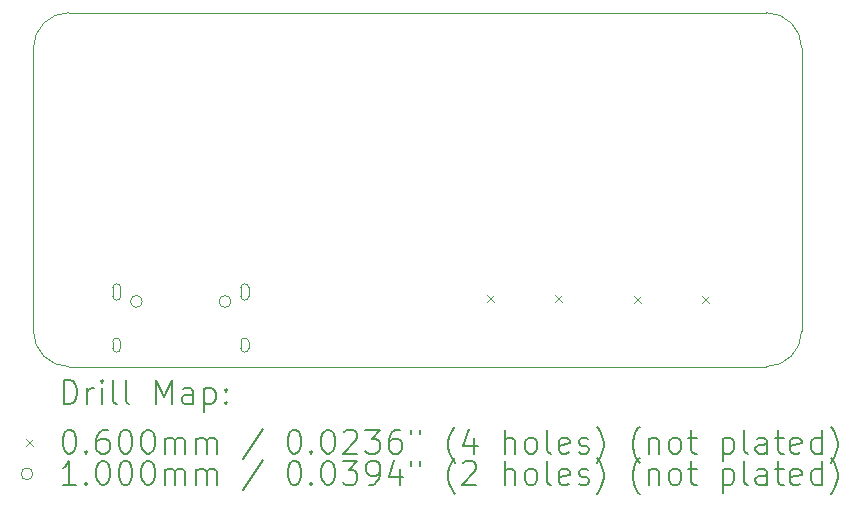
<source format=gbr>
%TF.GenerationSoftware,KiCad,Pcbnew,8.0.6*%
%TF.CreationDate,2024-11-21T12:08:58-08:00*%
%TF.ProjectId,SYNC-VT,53594e43-2d56-4542-9e6b-696361645f70,rev?*%
%TF.SameCoordinates,Original*%
%TF.FileFunction,Drillmap*%
%TF.FilePolarity,Positive*%
%FSLAX45Y45*%
G04 Gerber Fmt 4.5, Leading zero omitted, Abs format (unit mm)*
G04 Created by KiCad (PCBNEW 8.0.6) date 2024-11-21 12:08:58*
%MOMM*%
%LPD*%
G01*
G04 APERTURE LIST*
%ADD10C,0.100000*%
%ADD11C,0.010000*%
%ADD12C,0.200000*%
G04 APERTURE END LIST*
D10*
X8383000Y-3766000D02*
G75*
G02*
X8683000Y-3466000I300000J0D01*
G01*
X14887000Y-6163000D02*
G75*
G02*
X14587000Y-6463000I-300000J0D01*
G01*
X14587000Y-6463000D02*
X8683000Y-6463000D01*
X14887000Y-3766000D02*
X14887000Y-6163000D01*
X8683000Y-3466000D02*
X14587000Y-3466000D01*
X8383000Y-6163000D02*
X8383000Y-3766000D01*
X14587000Y-3466000D02*
G75*
G02*
X14887000Y-3766000I0J-300000D01*
G01*
X8683000Y-6463000D02*
G75*
G02*
X8383000Y-6163000I0J300000D01*
G01*
D11*
X9054500Y-5831500D02*
X9054500Y-5793500D01*
X9054500Y-5869500D02*
X9054500Y-5831500D01*
X9054500Y-6281500D02*
X9054500Y-6253500D01*
X9054500Y-6309500D02*
X9054500Y-6281500D01*
X9119500Y-5793500D02*
X9119500Y-5831500D01*
X9119500Y-5831500D02*
X9119500Y-5869500D01*
X9119500Y-6253500D02*
X9119500Y-6281500D01*
X9119500Y-6281500D02*
X9119500Y-6309500D01*
X10139500Y-5831500D02*
X10139500Y-5793500D01*
X10139500Y-5869500D02*
X10139500Y-5831500D01*
X10139500Y-6281500D02*
X10139500Y-6253500D01*
X10139500Y-6309500D02*
X10139500Y-6281500D01*
X10204500Y-5793500D02*
X10204500Y-5831500D01*
X10204500Y-5831500D02*
X10204500Y-5869500D01*
X10204500Y-6253500D02*
X10204500Y-6281500D01*
X10204500Y-6281500D02*
X10204500Y-6309500D01*
X9054500Y-5793500D02*
G75*
G02*
X9087000Y-5761500I32250J-250D01*
G01*
X9054500Y-6253500D02*
G75*
G02*
X9087000Y-6221500I32250J-250D01*
G01*
X9087000Y-5761500D02*
G75*
G02*
X9119500Y-5793500I250J-32250D01*
G01*
X9087000Y-5901500D02*
G75*
G02*
X9054500Y-5869500I-250J32250D01*
G01*
X9087000Y-6221500D02*
G75*
G02*
X9119500Y-6253500I250J-32250D01*
G01*
X9087000Y-6341500D02*
G75*
G02*
X9054500Y-6309500I-250J32250D01*
G01*
X9119500Y-5869500D02*
G75*
G02*
X9087000Y-5901500I-32250J250D01*
G01*
X9119500Y-6309500D02*
G75*
G02*
X9087000Y-6341500I-32250J250D01*
G01*
X10139500Y-5793500D02*
G75*
G02*
X10172000Y-5761500I32250J-250D01*
G01*
X10139500Y-6253500D02*
G75*
G02*
X10172000Y-6221500I32250J-250D01*
G01*
X10172000Y-5761500D02*
G75*
G02*
X10204500Y-5793500I250J-32250D01*
G01*
X10172000Y-5901500D02*
G75*
G02*
X10139500Y-5869500I-250J32250D01*
G01*
X10172000Y-6221500D02*
G75*
G02*
X10204500Y-6253500I250J-32250D01*
G01*
X10172000Y-6341500D02*
G75*
G02*
X10139500Y-6309500I-250J32250D01*
G01*
X10204500Y-5869500D02*
G75*
G02*
X10172000Y-5901500I-32250J250D01*
G01*
X10204500Y-6309500D02*
G75*
G02*
X10172000Y-6341500I-32250J250D01*
G01*
D12*
D10*
X12221000Y-5856500D02*
X12281000Y-5916500D01*
X12281000Y-5856500D02*
X12221000Y-5916500D01*
X12799000Y-5856500D02*
X12859000Y-5916500D01*
X12859000Y-5856500D02*
X12799000Y-5916500D01*
X13467000Y-5863000D02*
X13527000Y-5923000D01*
X13527000Y-5863000D02*
X13467000Y-5923000D01*
X14045000Y-5863000D02*
X14105000Y-5923000D01*
X14105000Y-5863000D02*
X14045000Y-5923000D01*
X9305000Y-5911500D02*
G75*
G02*
X9205000Y-5911500I-50000J0D01*
G01*
X9205000Y-5911500D02*
G75*
G02*
X9305000Y-5911500I50000J0D01*
G01*
X10055000Y-5911500D02*
G75*
G02*
X9955000Y-5911500I-50000J0D01*
G01*
X9955000Y-5911500D02*
G75*
G02*
X10055000Y-5911500I50000J0D01*
G01*
D12*
X8638777Y-6779484D02*
X8638777Y-6579484D01*
X8638777Y-6579484D02*
X8686396Y-6579484D01*
X8686396Y-6579484D02*
X8714967Y-6589008D01*
X8714967Y-6589008D02*
X8734015Y-6608055D01*
X8734015Y-6608055D02*
X8743539Y-6627103D01*
X8743539Y-6627103D02*
X8753063Y-6665198D01*
X8753063Y-6665198D02*
X8753063Y-6693769D01*
X8753063Y-6693769D02*
X8743539Y-6731865D01*
X8743539Y-6731865D02*
X8734015Y-6750912D01*
X8734015Y-6750912D02*
X8714967Y-6769960D01*
X8714967Y-6769960D02*
X8686396Y-6779484D01*
X8686396Y-6779484D02*
X8638777Y-6779484D01*
X8838777Y-6779484D02*
X8838777Y-6646150D01*
X8838777Y-6684246D02*
X8848301Y-6665198D01*
X8848301Y-6665198D02*
X8857824Y-6655674D01*
X8857824Y-6655674D02*
X8876872Y-6646150D01*
X8876872Y-6646150D02*
X8895920Y-6646150D01*
X8962586Y-6779484D02*
X8962586Y-6646150D01*
X8962586Y-6579484D02*
X8953063Y-6589008D01*
X8953063Y-6589008D02*
X8962586Y-6598531D01*
X8962586Y-6598531D02*
X8972110Y-6589008D01*
X8972110Y-6589008D02*
X8962586Y-6579484D01*
X8962586Y-6579484D02*
X8962586Y-6598531D01*
X9086396Y-6779484D02*
X9067348Y-6769960D01*
X9067348Y-6769960D02*
X9057824Y-6750912D01*
X9057824Y-6750912D02*
X9057824Y-6579484D01*
X9191158Y-6779484D02*
X9172110Y-6769960D01*
X9172110Y-6769960D02*
X9162586Y-6750912D01*
X9162586Y-6750912D02*
X9162586Y-6579484D01*
X9419729Y-6779484D02*
X9419729Y-6579484D01*
X9419729Y-6579484D02*
X9486396Y-6722341D01*
X9486396Y-6722341D02*
X9553063Y-6579484D01*
X9553063Y-6579484D02*
X9553063Y-6779484D01*
X9734015Y-6779484D02*
X9734015Y-6674722D01*
X9734015Y-6674722D02*
X9724491Y-6655674D01*
X9724491Y-6655674D02*
X9705444Y-6646150D01*
X9705444Y-6646150D02*
X9667348Y-6646150D01*
X9667348Y-6646150D02*
X9648301Y-6655674D01*
X9734015Y-6769960D02*
X9714967Y-6779484D01*
X9714967Y-6779484D02*
X9667348Y-6779484D01*
X9667348Y-6779484D02*
X9648301Y-6769960D01*
X9648301Y-6769960D02*
X9638777Y-6750912D01*
X9638777Y-6750912D02*
X9638777Y-6731865D01*
X9638777Y-6731865D02*
X9648301Y-6712817D01*
X9648301Y-6712817D02*
X9667348Y-6703293D01*
X9667348Y-6703293D02*
X9714967Y-6703293D01*
X9714967Y-6703293D02*
X9734015Y-6693769D01*
X9829253Y-6646150D02*
X9829253Y-6846150D01*
X9829253Y-6655674D02*
X9848301Y-6646150D01*
X9848301Y-6646150D02*
X9886396Y-6646150D01*
X9886396Y-6646150D02*
X9905444Y-6655674D01*
X9905444Y-6655674D02*
X9914967Y-6665198D01*
X9914967Y-6665198D02*
X9924491Y-6684246D01*
X9924491Y-6684246D02*
X9924491Y-6741388D01*
X9924491Y-6741388D02*
X9914967Y-6760436D01*
X9914967Y-6760436D02*
X9905444Y-6769960D01*
X9905444Y-6769960D02*
X9886396Y-6779484D01*
X9886396Y-6779484D02*
X9848301Y-6779484D01*
X9848301Y-6779484D02*
X9829253Y-6769960D01*
X10010205Y-6760436D02*
X10019729Y-6769960D01*
X10019729Y-6769960D02*
X10010205Y-6779484D01*
X10010205Y-6779484D02*
X10000682Y-6769960D01*
X10000682Y-6769960D02*
X10010205Y-6760436D01*
X10010205Y-6760436D02*
X10010205Y-6779484D01*
X10010205Y-6655674D02*
X10019729Y-6665198D01*
X10019729Y-6665198D02*
X10010205Y-6674722D01*
X10010205Y-6674722D02*
X10000682Y-6665198D01*
X10000682Y-6665198D02*
X10010205Y-6655674D01*
X10010205Y-6655674D02*
X10010205Y-6674722D01*
D10*
X8318000Y-7078000D02*
X8378000Y-7138000D01*
X8378000Y-7078000D02*
X8318000Y-7138000D01*
D12*
X8676872Y-6999484D02*
X8695920Y-6999484D01*
X8695920Y-6999484D02*
X8714967Y-7009008D01*
X8714967Y-7009008D02*
X8724491Y-7018531D01*
X8724491Y-7018531D02*
X8734015Y-7037579D01*
X8734015Y-7037579D02*
X8743539Y-7075674D01*
X8743539Y-7075674D02*
X8743539Y-7123293D01*
X8743539Y-7123293D02*
X8734015Y-7161388D01*
X8734015Y-7161388D02*
X8724491Y-7180436D01*
X8724491Y-7180436D02*
X8714967Y-7189960D01*
X8714967Y-7189960D02*
X8695920Y-7199484D01*
X8695920Y-7199484D02*
X8676872Y-7199484D01*
X8676872Y-7199484D02*
X8657824Y-7189960D01*
X8657824Y-7189960D02*
X8648301Y-7180436D01*
X8648301Y-7180436D02*
X8638777Y-7161388D01*
X8638777Y-7161388D02*
X8629253Y-7123293D01*
X8629253Y-7123293D02*
X8629253Y-7075674D01*
X8629253Y-7075674D02*
X8638777Y-7037579D01*
X8638777Y-7037579D02*
X8648301Y-7018531D01*
X8648301Y-7018531D02*
X8657824Y-7009008D01*
X8657824Y-7009008D02*
X8676872Y-6999484D01*
X8829253Y-7180436D02*
X8838777Y-7189960D01*
X8838777Y-7189960D02*
X8829253Y-7199484D01*
X8829253Y-7199484D02*
X8819729Y-7189960D01*
X8819729Y-7189960D02*
X8829253Y-7180436D01*
X8829253Y-7180436D02*
X8829253Y-7199484D01*
X9010205Y-6999484D02*
X8972110Y-6999484D01*
X8972110Y-6999484D02*
X8953063Y-7009008D01*
X8953063Y-7009008D02*
X8943539Y-7018531D01*
X8943539Y-7018531D02*
X8924491Y-7047103D01*
X8924491Y-7047103D02*
X8914967Y-7085198D01*
X8914967Y-7085198D02*
X8914967Y-7161388D01*
X8914967Y-7161388D02*
X8924491Y-7180436D01*
X8924491Y-7180436D02*
X8934015Y-7189960D01*
X8934015Y-7189960D02*
X8953063Y-7199484D01*
X8953063Y-7199484D02*
X8991158Y-7199484D01*
X8991158Y-7199484D02*
X9010205Y-7189960D01*
X9010205Y-7189960D02*
X9019729Y-7180436D01*
X9019729Y-7180436D02*
X9029253Y-7161388D01*
X9029253Y-7161388D02*
X9029253Y-7113769D01*
X9029253Y-7113769D02*
X9019729Y-7094722D01*
X9019729Y-7094722D02*
X9010205Y-7085198D01*
X9010205Y-7085198D02*
X8991158Y-7075674D01*
X8991158Y-7075674D02*
X8953063Y-7075674D01*
X8953063Y-7075674D02*
X8934015Y-7085198D01*
X8934015Y-7085198D02*
X8924491Y-7094722D01*
X8924491Y-7094722D02*
X8914967Y-7113769D01*
X9153063Y-6999484D02*
X9172110Y-6999484D01*
X9172110Y-6999484D02*
X9191158Y-7009008D01*
X9191158Y-7009008D02*
X9200682Y-7018531D01*
X9200682Y-7018531D02*
X9210205Y-7037579D01*
X9210205Y-7037579D02*
X9219729Y-7075674D01*
X9219729Y-7075674D02*
X9219729Y-7123293D01*
X9219729Y-7123293D02*
X9210205Y-7161388D01*
X9210205Y-7161388D02*
X9200682Y-7180436D01*
X9200682Y-7180436D02*
X9191158Y-7189960D01*
X9191158Y-7189960D02*
X9172110Y-7199484D01*
X9172110Y-7199484D02*
X9153063Y-7199484D01*
X9153063Y-7199484D02*
X9134015Y-7189960D01*
X9134015Y-7189960D02*
X9124491Y-7180436D01*
X9124491Y-7180436D02*
X9114967Y-7161388D01*
X9114967Y-7161388D02*
X9105444Y-7123293D01*
X9105444Y-7123293D02*
X9105444Y-7075674D01*
X9105444Y-7075674D02*
X9114967Y-7037579D01*
X9114967Y-7037579D02*
X9124491Y-7018531D01*
X9124491Y-7018531D02*
X9134015Y-7009008D01*
X9134015Y-7009008D02*
X9153063Y-6999484D01*
X9343539Y-6999484D02*
X9362586Y-6999484D01*
X9362586Y-6999484D02*
X9381634Y-7009008D01*
X9381634Y-7009008D02*
X9391158Y-7018531D01*
X9391158Y-7018531D02*
X9400682Y-7037579D01*
X9400682Y-7037579D02*
X9410205Y-7075674D01*
X9410205Y-7075674D02*
X9410205Y-7123293D01*
X9410205Y-7123293D02*
X9400682Y-7161388D01*
X9400682Y-7161388D02*
X9391158Y-7180436D01*
X9391158Y-7180436D02*
X9381634Y-7189960D01*
X9381634Y-7189960D02*
X9362586Y-7199484D01*
X9362586Y-7199484D02*
X9343539Y-7199484D01*
X9343539Y-7199484D02*
X9324491Y-7189960D01*
X9324491Y-7189960D02*
X9314967Y-7180436D01*
X9314967Y-7180436D02*
X9305444Y-7161388D01*
X9305444Y-7161388D02*
X9295920Y-7123293D01*
X9295920Y-7123293D02*
X9295920Y-7075674D01*
X9295920Y-7075674D02*
X9305444Y-7037579D01*
X9305444Y-7037579D02*
X9314967Y-7018531D01*
X9314967Y-7018531D02*
X9324491Y-7009008D01*
X9324491Y-7009008D02*
X9343539Y-6999484D01*
X9495920Y-7199484D02*
X9495920Y-7066150D01*
X9495920Y-7085198D02*
X9505444Y-7075674D01*
X9505444Y-7075674D02*
X9524491Y-7066150D01*
X9524491Y-7066150D02*
X9553063Y-7066150D01*
X9553063Y-7066150D02*
X9572110Y-7075674D01*
X9572110Y-7075674D02*
X9581634Y-7094722D01*
X9581634Y-7094722D02*
X9581634Y-7199484D01*
X9581634Y-7094722D02*
X9591158Y-7075674D01*
X9591158Y-7075674D02*
X9610205Y-7066150D01*
X9610205Y-7066150D02*
X9638777Y-7066150D01*
X9638777Y-7066150D02*
X9657825Y-7075674D01*
X9657825Y-7075674D02*
X9667348Y-7094722D01*
X9667348Y-7094722D02*
X9667348Y-7199484D01*
X9762586Y-7199484D02*
X9762586Y-7066150D01*
X9762586Y-7085198D02*
X9772110Y-7075674D01*
X9772110Y-7075674D02*
X9791158Y-7066150D01*
X9791158Y-7066150D02*
X9819729Y-7066150D01*
X9819729Y-7066150D02*
X9838777Y-7075674D01*
X9838777Y-7075674D02*
X9848301Y-7094722D01*
X9848301Y-7094722D02*
X9848301Y-7199484D01*
X9848301Y-7094722D02*
X9857825Y-7075674D01*
X9857825Y-7075674D02*
X9876872Y-7066150D01*
X9876872Y-7066150D02*
X9905444Y-7066150D01*
X9905444Y-7066150D02*
X9924491Y-7075674D01*
X9924491Y-7075674D02*
X9934015Y-7094722D01*
X9934015Y-7094722D02*
X9934015Y-7199484D01*
X10324491Y-6989960D02*
X10153063Y-7247103D01*
X10581634Y-6999484D02*
X10600682Y-6999484D01*
X10600682Y-6999484D02*
X10619729Y-7009008D01*
X10619729Y-7009008D02*
X10629253Y-7018531D01*
X10629253Y-7018531D02*
X10638777Y-7037579D01*
X10638777Y-7037579D02*
X10648301Y-7075674D01*
X10648301Y-7075674D02*
X10648301Y-7123293D01*
X10648301Y-7123293D02*
X10638777Y-7161388D01*
X10638777Y-7161388D02*
X10629253Y-7180436D01*
X10629253Y-7180436D02*
X10619729Y-7189960D01*
X10619729Y-7189960D02*
X10600682Y-7199484D01*
X10600682Y-7199484D02*
X10581634Y-7199484D01*
X10581634Y-7199484D02*
X10562587Y-7189960D01*
X10562587Y-7189960D02*
X10553063Y-7180436D01*
X10553063Y-7180436D02*
X10543539Y-7161388D01*
X10543539Y-7161388D02*
X10534015Y-7123293D01*
X10534015Y-7123293D02*
X10534015Y-7075674D01*
X10534015Y-7075674D02*
X10543539Y-7037579D01*
X10543539Y-7037579D02*
X10553063Y-7018531D01*
X10553063Y-7018531D02*
X10562587Y-7009008D01*
X10562587Y-7009008D02*
X10581634Y-6999484D01*
X10734015Y-7180436D02*
X10743539Y-7189960D01*
X10743539Y-7189960D02*
X10734015Y-7199484D01*
X10734015Y-7199484D02*
X10724491Y-7189960D01*
X10724491Y-7189960D02*
X10734015Y-7180436D01*
X10734015Y-7180436D02*
X10734015Y-7199484D01*
X10867348Y-6999484D02*
X10886396Y-6999484D01*
X10886396Y-6999484D02*
X10905444Y-7009008D01*
X10905444Y-7009008D02*
X10914968Y-7018531D01*
X10914968Y-7018531D02*
X10924491Y-7037579D01*
X10924491Y-7037579D02*
X10934015Y-7075674D01*
X10934015Y-7075674D02*
X10934015Y-7123293D01*
X10934015Y-7123293D02*
X10924491Y-7161388D01*
X10924491Y-7161388D02*
X10914968Y-7180436D01*
X10914968Y-7180436D02*
X10905444Y-7189960D01*
X10905444Y-7189960D02*
X10886396Y-7199484D01*
X10886396Y-7199484D02*
X10867348Y-7199484D01*
X10867348Y-7199484D02*
X10848301Y-7189960D01*
X10848301Y-7189960D02*
X10838777Y-7180436D01*
X10838777Y-7180436D02*
X10829253Y-7161388D01*
X10829253Y-7161388D02*
X10819729Y-7123293D01*
X10819729Y-7123293D02*
X10819729Y-7075674D01*
X10819729Y-7075674D02*
X10829253Y-7037579D01*
X10829253Y-7037579D02*
X10838777Y-7018531D01*
X10838777Y-7018531D02*
X10848301Y-7009008D01*
X10848301Y-7009008D02*
X10867348Y-6999484D01*
X11010206Y-7018531D02*
X11019729Y-7009008D01*
X11019729Y-7009008D02*
X11038777Y-6999484D01*
X11038777Y-6999484D02*
X11086396Y-6999484D01*
X11086396Y-6999484D02*
X11105444Y-7009008D01*
X11105444Y-7009008D02*
X11114968Y-7018531D01*
X11114968Y-7018531D02*
X11124491Y-7037579D01*
X11124491Y-7037579D02*
X11124491Y-7056627D01*
X11124491Y-7056627D02*
X11114968Y-7085198D01*
X11114968Y-7085198D02*
X11000682Y-7199484D01*
X11000682Y-7199484D02*
X11124491Y-7199484D01*
X11191158Y-6999484D02*
X11314967Y-6999484D01*
X11314967Y-6999484D02*
X11248301Y-7075674D01*
X11248301Y-7075674D02*
X11276872Y-7075674D01*
X11276872Y-7075674D02*
X11295920Y-7085198D01*
X11295920Y-7085198D02*
X11305444Y-7094722D01*
X11305444Y-7094722D02*
X11314967Y-7113769D01*
X11314967Y-7113769D02*
X11314967Y-7161388D01*
X11314967Y-7161388D02*
X11305444Y-7180436D01*
X11305444Y-7180436D02*
X11295920Y-7189960D01*
X11295920Y-7189960D02*
X11276872Y-7199484D01*
X11276872Y-7199484D02*
X11219729Y-7199484D01*
X11219729Y-7199484D02*
X11200682Y-7189960D01*
X11200682Y-7189960D02*
X11191158Y-7180436D01*
X11486396Y-6999484D02*
X11448301Y-6999484D01*
X11448301Y-6999484D02*
X11429253Y-7009008D01*
X11429253Y-7009008D02*
X11419729Y-7018531D01*
X11419729Y-7018531D02*
X11400682Y-7047103D01*
X11400682Y-7047103D02*
X11391158Y-7085198D01*
X11391158Y-7085198D02*
X11391158Y-7161388D01*
X11391158Y-7161388D02*
X11400682Y-7180436D01*
X11400682Y-7180436D02*
X11410206Y-7189960D01*
X11410206Y-7189960D02*
X11429253Y-7199484D01*
X11429253Y-7199484D02*
X11467348Y-7199484D01*
X11467348Y-7199484D02*
X11486396Y-7189960D01*
X11486396Y-7189960D02*
X11495920Y-7180436D01*
X11495920Y-7180436D02*
X11505444Y-7161388D01*
X11505444Y-7161388D02*
X11505444Y-7113769D01*
X11505444Y-7113769D02*
X11495920Y-7094722D01*
X11495920Y-7094722D02*
X11486396Y-7085198D01*
X11486396Y-7085198D02*
X11467348Y-7075674D01*
X11467348Y-7075674D02*
X11429253Y-7075674D01*
X11429253Y-7075674D02*
X11410206Y-7085198D01*
X11410206Y-7085198D02*
X11400682Y-7094722D01*
X11400682Y-7094722D02*
X11391158Y-7113769D01*
X11581634Y-6999484D02*
X11581634Y-7037579D01*
X11657825Y-6999484D02*
X11657825Y-7037579D01*
X11953063Y-7275674D02*
X11943539Y-7266150D01*
X11943539Y-7266150D02*
X11924491Y-7237579D01*
X11924491Y-7237579D02*
X11914968Y-7218531D01*
X11914968Y-7218531D02*
X11905444Y-7189960D01*
X11905444Y-7189960D02*
X11895920Y-7142341D01*
X11895920Y-7142341D02*
X11895920Y-7104246D01*
X11895920Y-7104246D02*
X11905444Y-7056627D01*
X11905444Y-7056627D02*
X11914968Y-7028055D01*
X11914968Y-7028055D02*
X11924491Y-7009008D01*
X11924491Y-7009008D02*
X11943539Y-6980436D01*
X11943539Y-6980436D02*
X11953063Y-6970912D01*
X12114968Y-7066150D02*
X12114968Y-7199484D01*
X12067348Y-6989960D02*
X12019729Y-7132817D01*
X12019729Y-7132817D02*
X12143539Y-7132817D01*
X12372110Y-7199484D02*
X12372110Y-6999484D01*
X12457825Y-7199484D02*
X12457825Y-7094722D01*
X12457825Y-7094722D02*
X12448301Y-7075674D01*
X12448301Y-7075674D02*
X12429253Y-7066150D01*
X12429253Y-7066150D02*
X12400682Y-7066150D01*
X12400682Y-7066150D02*
X12381634Y-7075674D01*
X12381634Y-7075674D02*
X12372110Y-7085198D01*
X12581634Y-7199484D02*
X12562587Y-7189960D01*
X12562587Y-7189960D02*
X12553063Y-7180436D01*
X12553063Y-7180436D02*
X12543539Y-7161388D01*
X12543539Y-7161388D02*
X12543539Y-7104246D01*
X12543539Y-7104246D02*
X12553063Y-7085198D01*
X12553063Y-7085198D02*
X12562587Y-7075674D01*
X12562587Y-7075674D02*
X12581634Y-7066150D01*
X12581634Y-7066150D02*
X12610206Y-7066150D01*
X12610206Y-7066150D02*
X12629253Y-7075674D01*
X12629253Y-7075674D02*
X12638777Y-7085198D01*
X12638777Y-7085198D02*
X12648301Y-7104246D01*
X12648301Y-7104246D02*
X12648301Y-7161388D01*
X12648301Y-7161388D02*
X12638777Y-7180436D01*
X12638777Y-7180436D02*
X12629253Y-7189960D01*
X12629253Y-7189960D02*
X12610206Y-7199484D01*
X12610206Y-7199484D02*
X12581634Y-7199484D01*
X12762587Y-7199484D02*
X12743539Y-7189960D01*
X12743539Y-7189960D02*
X12734015Y-7170912D01*
X12734015Y-7170912D02*
X12734015Y-6999484D01*
X12914968Y-7189960D02*
X12895920Y-7199484D01*
X12895920Y-7199484D02*
X12857825Y-7199484D01*
X12857825Y-7199484D02*
X12838777Y-7189960D01*
X12838777Y-7189960D02*
X12829253Y-7170912D01*
X12829253Y-7170912D02*
X12829253Y-7094722D01*
X12829253Y-7094722D02*
X12838777Y-7075674D01*
X12838777Y-7075674D02*
X12857825Y-7066150D01*
X12857825Y-7066150D02*
X12895920Y-7066150D01*
X12895920Y-7066150D02*
X12914968Y-7075674D01*
X12914968Y-7075674D02*
X12924491Y-7094722D01*
X12924491Y-7094722D02*
X12924491Y-7113769D01*
X12924491Y-7113769D02*
X12829253Y-7132817D01*
X13000682Y-7189960D02*
X13019730Y-7199484D01*
X13019730Y-7199484D02*
X13057825Y-7199484D01*
X13057825Y-7199484D02*
X13076872Y-7189960D01*
X13076872Y-7189960D02*
X13086396Y-7170912D01*
X13086396Y-7170912D02*
X13086396Y-7161388D01*
X13086396Y-7161388D02*
X13076872Y-7142341D01*
X13076872Y-7142341D02*
X13057825Y-7132817D01*
X13057825Y-7132817D02*
X13029253Y-7132817D01*
X13029253Y-7132817D02*
X13010206Y-7123293D01*
X13010206Y-7123293D02*
X13000682Y-7104246D01*
X13000682Y-7104246D02*
X13000682Y-7094722D01*
X13000682Y-7094722D02*
X13010206Y-7075674D01*
X13010206Y-7075674D02*
X13029253Y-7066150D01*
X13029253Y-7066150D02*
X13057825Y-7066150D01*
X13057825Y-7066150D02*
X13076872Y-7075674D01*
X13153063Y-7275674D02*
X13162587Y-7266150D01*
X13162587Y-7266150D02*
X13181634Y-7237579D01*
X13181634Y-7237579D02*
X13191158Y-7218531D01*
X13191158Y-7218531D02*
X13200682Y-7189960D01*
X13200682Y-7189960D02*
X13210206Y-7142341D01*
X13210206Y-7142341D02*
X13210206Y-7104246D01*
X13210206Y-7104246D02*
X13200682Y-7056627D01*
X13200682Y-7056627D02*
X13191158Y-7028055D01*
X13191158Y-7028055D02*
X13181634Y-7009008D01*
X13181634Y-7009008D02*
X13162587Y-6980436D01*
X13162587Y-6980436D02*
X13153063Y-6970912D01*
X13514968Y-7275674D02*
X13505444Y-7266150D01*
X13505444Y-7266150D02*
X13486396Y-7237579D01*
X13486396Y-7237579D02*
X13476872Y-7218531D01*
X13476872Y-7218531D02*
X13467349Y-7189960D01*
X13467349Y-7189960D02*
X13457825Y-7142341D01*
X13457825Y-7142341D02*
X13457825Y-7104246D01*
X13457825Y-7104246D02*
X13467349Y-7056627D01*
X13467349Y-7056627D02*
X13476872Y-7028055D01*
X13476872Y-7028055D02*
X13486396Y-7009008D01*
X13486396Y-7009008D02*
X13505444Y-6980436D01*
X13505444Y-6980436D02*
X13514968Y-6970912D01*
X13591158Y-7066150D02*
X13591158Y-7199484D01*
X13591158Y-7085198D02*
X13600682Y-7075674D01*
X13600682Y-7075674D02*
X13619730Y-7066150D01*
X13619730Y-7066150D02*
X13648301Y-7066150D01*
X13648301Y-7066150D02*
X13667349Y-7075674D01*
X13667349Y-7075674D02*
X13676872Y-7094722D01*
X13676872Y-7094722D02*
X13676872Y-7199484D01*
X13800682Y-7199484D02*
X13781634Y-7189960D01*
X13781634Y-7189960D02*
X13772111Y-7180436D01*
X13772111Y-7180436D02*
X13762587Y-7161388D01*
X13762587Y-7161388D02*
X13762587Y-7104246D01*
X13762587Y-7104246D02*
X13772111Y-7085198D01*
X13772111Y-7085198D02*
X13781634Y-7075674D01*
X13781634Y-7075674D02*
X13800682Y-7066150D01*
X13800682Y-7066150D02*
X13829253Y-7066150D01*
X13829253Y-7066150D02*
X13848301Y-7075674D01*
X13848301Y-7075674D02*
X13857825Y-7085198D01*
X13857825Y-7085198D02*
X13867349Y-7104246D01*
X13867349Y-7104246D02*
X13867349Y-7161388D01*
X13867349Y-7161388D02*
X13857825Y-7180436D01*
X13857825Y-7180436D02*
X13848301Y-7189960D01*
X13848301Y-7189960D02*
X13829253Y-7199484D01*
X13829253Y-7199484D02*
X13800682Y-7199484D01*
X13924492Y-7066150D02*
X14000682Y-7066150D01*
X13953063Y-6999484D02*
X13953063Y-7170912D01*
X13953063Y-7170912D02*
X13962587Y-7189960D01*
X13962587Y-7189960D02*
X13981634Y-7199484D01*
X13981634Y-7199484D02*
X14000682Y-7199484D01*
X14219730Y-7066150D02*
X14219730Y-7266150D01*
X14219730Y-7075674D02*
X14238777Y-7066150D01*
X14238777Y-7066150D02*
X14276873Y-7066150D01*
X14276873Y-7066150D02*
X14295920Y-7075674D01*
X14295920Y-7075674D02*
X14305444Y-7085198D01*
X14305444Y-7085198D02*
X14314968Y-7104246D01*
X14314968Y-7104246D02*
X14314968Y-7161388D01*
X14314968Y-7161388D02*
X14305444Y-7180436D01*
X14305444Y-7180436D02*
X14295920Y-7189960D01*
X14295920Y-7189960D02*
X14276873Y-7199484D01*
X14276873Y-7199484D02*
X14238777Y-7199484D01*
X14238777Y-7199484D02*
X14219730Y-7189960D01*
X14429253Y-7199484D02*
X14410206Y-7189960D01*
X14410206Y-7189960D02*
X14400682Y-7170912D01*
X14400682Y-7170912D02*
X14400682Y-6999484D01*
X14591158Y-7199484D02*
X14591158Y-7094722D01*
X14591158Y-7094722D02*
X14581634Y-7075674D01*
X14581634Y-7075674D02*
X14562587Y-7066150D01*
X14562587Y-7066150D02*
X14524492Y-7066150D01*
X14524492Y-7066150D02*
X14505444Y-7075674D01*
X14591158Y-7189960D02*
X14572111Y-7199484D01*
X14572111Y-7199484D02*
X14524492Y-7199484D01*
X14524492Y-7199484D02*
X14505444Y-7189960D01*
X14505444Y-7189960D02*
X14495920Y-7170912D01*
X14495920Y-7170912D02*
X14495920Y-7151865D01*
X14495920Y-7151865D02*
X14505444Y-7132817D01*
X14505444Y-7132817D02*
X14524492Y-7123293D01*
X14524492Y-7123293D02*
X14572111Y-7123293D01*
X14572111Y-7123293D02*
X14591158Y-7113769D01*
X14657825Y-7066150D02*
X14734015Y-7066150D01*
X14686396Y-6999484D02*
X14686396Y-7170912D01*
X14686396Y-7170912D02*
X14695920Y-7189960D01*
X14695920Y-7189960D02*
X14714968Y-7199484D01*
X14714968Y-7199484D02*
X14734015Y-7199484D01*
X14876873Y-7189960D02*
X14857825Y-7199484D01*
X14857825Y-7199484D02*
X14819730Y-7199484D01*
X14819730Y-7199484D02*
X14800682Y-7189960D01*
X14800682Y-7189960D02*
X14791158Y-7170912D01*
X14791158Y-7170912D02*
X14791158Y-7094722D01*
X14791158Y-7094722D02*
X14800682Y-7075674D01*
X14800682Y-7075674D02*
X14819730Y-7066150D01*
X14819730Y-7066150D02*
X14857825Y-7066150D01*
X14857825Y-7066150D02*
X14876873Y-7075674D01*
X14876873Y-7075674D02*
X14886396Y-7094722D01*
X14886396Y-7094722D02*
X14886396Y-7113769D01*
X14886396Y-7113769D02*
X14791158Y-7132817D01*
X15057825Y-7199484D02*
X15057825Y-6999484D01*
X15057825Y-7189960D02*
X15038777Y-7199484D01*
X15038777Y-7199484D02*
X15000682Y-7199484D01*
X15000682Y-7199484D02*
X14981634Y-7189960D01*
X14981634Y-7189960D02*
X14972111Y-7180436D01*
X14972111Y-7180436D02*
X14962587Y-7161388D01*
X14962587Y-7161388D02*
X14962587Y-7104246D01*
X14962587Y-7104246D02*
X14972111Y-7085198D01*
X14972111Y-7085198D02*
X14981634Y-7075674D01*
X14981634Y-7075674D02*
X15000682Y-7066150D01*
X15000682Y-7066150D02*
X15038777Y-7066150D01*
X15038777Y-7066150D02*
X15057825Y-7075674D01*
X15134015Y-7275674D02*
X15143539Y-7266150D01*
X15143539Y-7266150D02*
X15162587Y-7237579D01*
X15162587Y-7237579D02*
X15172111Y-7218531D01*
X15172111Y-7218531D02*
X15181634Y-7189960D01*
X15181634Y-7189960D02*
X15191158Y-7142341D01*
X15191158Y-7142341D02*
X15191158Y-7104246D01*
X15191158Y-7104246D02*
X15181634Y-7056627D01*
X15181634Y-7056627D02*
X15172111Y-7028055D01*
X15172111Y-7028055D02*
X15162587Y-7009008D01*
X15162587Y-7009008D02*
X15143539Y-6980436D01*
X15143539Y-6980436D02*
X15134015Y-6970912D01*
D10*
X8378000Y-7372000D02*
G75*
G02*
X8278000Y-7372000I-50000J0D01*
G01*
X8278000Y-7372000D02*
G75*
G02*
X8378000Y-7372000I50000J0D01*
G01*
D12*
X8743539Y-7463484D02*
X8629253Y-7463484D01*
X8686396Y-7463484D02*
X8686396Y-7263484D01*
X8686396Y-7263484D02*
X8667348Y-7292055D01*
X8667348Y-7292055D02*
X8648301Y-7311103D01*
X8648301Y-7311103D02*
X8629253Y-7320627D01*
X8829253Y-7444436D02*
X8838777Y-7453960D01*
X8838777Y-7453960D02*
X8829253Y-7463484D01*
X8829253Y-7463484D02*
X8819729Y-7453960D01*
X8819729Y-7453960D02*
X8829253Y-7444436D01*
X8829253Y-7444436D02*
X8829253Y-7463484D01*
X8962586Y-7263484D02*
X8981634Y-7263484D01*
X8981634Y-7263484D02*
X9000682Y-7273008D01*
X9000682Y-7273008D02*
X9010205Y-7282531D01*
X9010205Y-7282531D02*
X9019729Y-7301579D01*
X9019729Y-7301579D02*
X9029253Y-7339674D01*
X9029253Y-7339674D02*
X9029253Y-7387293D01*
X9029253Y-7387293D02*
X9019729Y-7425388D01*
X9019729Y-7425388D02*
X9010205Y-7444436D01*
X9010205Y-7444436D02*
X9000682Y-7453960D01*
X9000682Y-7453960D02*
X8981634Y-7463484D01*
X8981634Y-7463484D02*
X8962586Y-7463484D01*
X8962586Y-7463484D02*
X8943539Y-7453960D01*
X8943539Y-7453960D02*
X8934015Y-7444436D01*
X8934015Y-7444436D02*
X8924491Y-7425388D01*
X8924491Y-7425388D02*
X8914967Y-7387293D01*
X8914967Y-7387293D02*
X8914967Y-7339674D01*
X8914967Y-7339674D02*
X8924491Y-7301579D01*
X8924491Y-7301579D02*
X8934015Y-7282531D01*
X8934015Y-7282531D02*
X8943539Y-7273008D01*
X8943539Y-7273008D02*
X8962586Y-7263484D01*
X9153063Y-7263484D02*
X9172110Y-7263484D01*
X9172110Y-7263484D02*
X9191158Y-7273008D01*
X9191158Y-7273008D02*
X9200682Y-7282531D01*
X9200682Y-7282531D02*
X9210205Y-7301579D01*
X9210205Y-7301579D02*
X9219729Y-7339674D01*
X9219729Y-7339674D02*
X9219729Y-7387293D01*
X9219729Y-7387293D02*
X9210205Y-7425388D01*
X9210205Y-7425388D02*
X9200682Y-7444436D01*
X9200682Y-7444436D02*
X9191158Y-7453960D01*
X9191158Y-7453960D02*
X9172110Y-7463484D01*
X9172110Y-7463484D02*
X9153063Y-7463484D01*
X9153063Y-7463484D02*
X9134015Y-7453960D01*
X9134015Y-7453960D02*
X9124491Y-7444436D01*
X9124491Y-7444436D02*
X9114967Y-7425388D01*
X9114967Y-7425388D02*
X9105444Y-7387293D01*
X9105444Y-7387293D02*
X9105444Y-7339674D01*
X9105444Y-7339674D02*
X9114967Y-7301579D01*
X9114967Y-7301579D02*
X9124491Y-7282531D01*
X9124491Y-7282531D02*
X9134015Y-7273008D01*
X9134015Y-7273008D02*
X9153063Y-7263484D01*
X9343539Y-7263484D02*
X9362586Y-7263484D01*
X9362586Y-7263484D02*
X9381634Y-7273008D01*
X9381634Y-7273008D02*
X9391158Y-7282531D01*
X9391158Y-7282531D02*
X9400682Y-7301579D01*
X9400682Y-7301579D02*
X9410205Y-7339674D01*
X9410205Y-7339674D02*
X9410205Y-7387293D01*
X9410205Y-7387293D02*
X9400682Y-7425388D01*
X9400682Y-7425388D02*
X9391158Y-7444436D01*
X9391158Y-7444436D02*
X9381634Y-7453960D01*
X9381634Y-7453960D02*
X9362586Y-7463484D01*
X9362586Y-7463484D02*
X9343539Y-7463484D01*
X9343539Y-7463484D02*
X9324491Y-7453960D01*
X9324491Y-7453960D02*
X9314967Y-7444436D01*
X9314967Y-7444436D02*
X9305444Y-7425388D01*
X9305444Y-7425388D02*
X9295920Y-7387293D01*
X9295920Y-7387293D02*
X9295920Y-7339674D01*
X9295920Y-7339674D02*
X9305444Y-7301579D01*
X9305444Y-7301579D02*
X9314967Y-7282531D01*
X9314967Y-7282531D02*
X9324491Y-7273008D01*
X9324491Y-7273008D02*
X9343539Y-7263484D01*
X9495920Y-7463484D02*
X9495920Y-7330150D01*
X9495920Y-7349198D02*
X9505444Y-7339674D01*
X9505444Y-7339674D02*
X9524491Y-7330150D01*
X9524491Y-7330150D02*
X9553063Y-7330150D01*
X9553063Y-7330150D02*
X9572110Y-7339674D01*
X9572110Y-7339674D02*
X9581634Y-7358722D01*
X9581634Y-7358722D02*
X9581634Y-7463484D01*
X9581634Y-7358722D02*
X9591158Y-7339674D01*
X9591158Y-7339674D02*
X9610205Y-7330150D01*
X9610205Y-7330150D02*
X9638777Y-7330150D01*
X9638777Y-7330150D02*
X9657825Y-7339674D01*
X9657825Y-7339674D02*
X9667348Y-7358722D01*
X9667348Y-7358722D02*
X9667348Y-7463484D01*
X9762586Y-7463484D02*
X9762586Y-7330150D01*
X9762586Y-7349198D02*
X9772110Y-7339674D01*
X9772110Y-7339674D02*
X9791158Y-7330150D01*
X9791158Y-7330150D02*
X9819729Y-7330150D01*
X9819729Y-7330150D02*
X9838777Y-7339674D01*
X9838777Y-7339674D02*
X9848301Y-7358722D01*
X9848301Y-7358722D02*
X9848301Y-7463484D01*
X9848301Y-7358722D02*
X9857825Y-7339674D01*
X9857825Y-7339674D02*
X9876872Y-7330150D01*
X9876872Y-7330150D02*
X9905444Y-7330150D01*
X9905444Y-7330150D02*
X9924491Y-7339674D01*
X9924491Y-7339674D02*
X9934015Y-7358722D01*
X9934015Y-7358722D02*
X9934015Y-7463484D01*
X10324491Y-7253960D02*
X10153063Y-7511103D01*
X10581634Y-7263484D02*
X10600682Y-7263484D01*
X10600682Y-7263484D02*
X10619729Y-7273008D01*
X10619729Y-7273008D02*
X10629253Y-7282531D01*
X10629253Y-7282531D02*
X10638777Y-7301579D01*
X10638777Y-7301579D02*
X10648301Y-7339674D01*
X10648301Y-7339674D02*
X10648301Y-7387293D01*
X10648301Y-7387293D02*
X10638777Y-7425388D01*
X10638777Y-7425388D02*
X10629253Y-7444436D01*
X10629253Y-7444436D02*
X10619729Y-7453960D01*
X10619729Y-7453960D02*
X10600682Y-7463484D01*
X10600682Y-7463484D02*
X10581634Y-7463484D01*
X10581634Y-7463484D02*
X10562587Y-7453960D01*
X10562587Y-7453960D02*
X10553063Y-7444436D01*
X10553063Y-7444436D02*
X10543539Y-7425388D01*
X10543539Y-7425388D02*
X10534015Y-7387293D01*
X10534015Y-7387293D02*
X10534015Y-7339674D01*
X10534015Y-7339674D02*
X10543539Y-7301579D01*
X10543539Y-7301579D02*
X10553063Y-7282531D01*
X10553063Y-7282531D02*
X10562587Y-7273008D01*
X10562587Y-7273008D02*
X10581634Y-7263484D01*
X10734015Y-7444436D02*
X10743539Y-7453960D01*
X10743539Y-7453960D02*
X10734015Y-7463484D01*
X10734015Y-7463484D02*
X10724491Y-7453960D01*
X10724491Y-7453960D02*
X10734015Y-7444436D01*
X10734015Y-7444436D02*
X10734015Y-7463484D01*
X10867348Y-7263484D02*
X10886396Y-7263484D01*
X10886396Y-7263484D02*
X10905444Y-7273008D01*
X10905444Y-7273008D02*
X10914968Y-7282531D01*
X10914968Y-7282531D02*
X10924491Y-7301579D01*
X10924491Y-7301579D02*
X10934015Y-7339674D01*
X10934015Y-7339674D02*
X10934015Y-7387293D01*
X10934015Y-7387293D02*
X10924491Y-7425388D01*
X10924491Y-7425388D02*
X10914968Y-7444436D01*
X10914968Y-7444436D02*
X10905444Y-7453960D01*
X10905444Y-7453960D02*
X10886396Y-7463484D01*
X10886396Y-7463484D02*
X10867348Y-7463484D01*
X10867348Y-7463484D02*
X10848301Y-7453960D01*
X10848301Y-7453960D02*
X10838777Y-7444436D01*
X10838777Y-7444436D02*
X10829253Y-7425388D01*
X10829253Y-7425388D02*
X10819729Y-7387293D01*
X10819729Y-7387293D02*
X10819729Y-7339674D01*
X10819729Y-7339674D02*
X10829253Y-7301579D01*
X10829253Y-7301579D02*
X10838777Y-7282531D01*
X10838777Y-7282531D02*
X10848301Y-7273008D01*
X10848301Y-7273008D02*
X10867348Y-7263484D01*
X11000682Y-7263484D02*
X11124491Y-7263484D01*
X11124491Y-7263484D02*
X11057825Y-7339674D01*
X11057825Y-7339674D02*
X11086396Y-7339674D01*
X11086396Y-7339674D02*
X11105444Y-7349198D01*
X11105444Y-7349198D02*
X11114968Y-7358722D01*
X11114968Y-7358722D02*
X11124491Y-7377769D01*
X11124491Y-7377769D02*
X11124491Y-7425388D01*
X11124491Y-7425388D02*
X11114968Y-7444436D01*
X11114968Y-7444436D02*
X11105444Y-7453960D01*
X11105444Y-7453960D02*
X11086396Y-7463484D01*
X11086396Y-7463484D02*
X11029253Y-7463484D01*
X11029253Y-7463484D02*
X11010206Y-7453960D01*
X11010206Y-7453960D02*
X11000682Y-7444436D01*
X11219729Y-7463484D02*
X11257825Y-7463484D01*
X11257825Y-7463484D02*
X11276872Y-7453960D01*
X11276872Y-7453960D02*
X11286396Y-7444436D01*
X11286396Y-7444436D02*
X11305444Y-7415865D01*
X11305444Y-7415865D02*
X11314967Y-7377769D01*
X11314967Y-7377769D02*
X11314967Y-7301579D01*
X11314967Y-7301579D02*
X11305444Y-7282531D01*
X11305444Y-7282531D02*
X11295920Y-7273008D01*
X11295920Y-7273008D02*
X11276872Y-7263484D01*
X11276872Y-7263484D02*
X11238777Y-7263484D01*
X11238777Y-7263484D02*
X11219729Y-7273008D01*
X11219729Y-7273008D02*
X11210206Y-7282531D01*
X11210206Y-7282531D02*
X11200682Y-7301579D01*
X11200682Y-7301579D02*
X11200682Y-7349198D01*
X11200682Y-7349198D02*
X11210206Y-7368246D01*
X11210206Y-7368246D02*
X11219729Y-7377769D01*
X11219729Y-7377769D02*
X11238777Y-7387293D01*
X11238777Y-7387293D02*
X11276872Y-7387293D01*
X11276872Y-7387293D02*
X11295920Y-7377769D01*
X11295920Y-7377769D02*
X11305444Y-7368246D01*
X11305444Y-7368246D02*
X11314967Y-7349198D01*
X11486396Y-7330150D02*
X11486396Y-7463484D01*
X11438777Y-7253960D02*
X11391158Y-7396817D01*
X11391158Y-7396817D02*
X11514967Y-7396817D01*
X11581634Y-7263484D02*
X11581634Y-7301579D01*
X11657825Y-7263484D02*
X11657825Y-7301579D01*
X11953063Y-7539674D02*
X11943539Y-7530150D01*
X11943539Y-7530150D02*
X11924491Y-7501579D01*
X11924491Y-7501579D02*
X11914968Y-7482531D01*
X11914968Y-7482531D02*
X11905444Y-7453960D01*
X11905444Y-7453960D02*
X11895920Y-7406341D01*
X11895920Y-7406341D02*
X11895920Y-7368246D01*
X11895920Y-7368246D02*
X11905444Y-7320627D01*
X11905444Y-7320627D02*
X11914968Y-7292055D01*
X11914968Y-7292055D02*
X11924491Y-7273008D01*
X11924491Y-7273008D02*
X11943539Y-7244436D01*
X11943539Y-7244436D02*
X11953063Y-7234912D01*
X12019729Y-7282531D02*
X12029253Y-7273008D01*
X12029253Y-7273008D02*
X12048301Y-7263484D01*
X12048301Y-7263484D02*
X12095920Y-7263484D01*
X12095920Y-7263484D02*
X12114968Y-7273008D01*
X12114968Y-7273008D02*
X12124491Y-7282531D01*
X12124491Y-7282531D02*
X12134015Y-7301579D01*
X12134015Y-7301579D02*
X12134015Y-7320627D01*
X12134015Y-7320627D02*
X12124491Y-7349198D01*
X12124491Y-7349198D02*
X12010206Y-7463484D01*
X12010206Y-7463484D02*
X12134015Y-7463484D01*
X12372110Y-7463484D02*
X12372110Y-7263484D01*
X12457825Y-7463484D02*
X12457825Y-7358722D01*
X12457825Y-7358722D02*
X12448301Y-7339674D01*
X12448301Y-7339674D02*
X12429253Y-7330150D01*
X12429253Y-7330150D02*
X12400682Y-7330150D01*
X12400682Y-7330150D02*
X12381634Y-7339674D01*
X12381634Y-7339674D02*
X12372110Y-7349198D01*
X12581634Y-7463484D02*
X12562587Y-7453960D01*
X12562587Y-7453960D02*
X12553063Y-7444436D01*
X12553063Y-7444436D02*
X12543539Y-7425388D01*
X12543539Y-7425388D02*
X12543539Y-7368246D01*
X12543539Y-7368246D02*
X12553063Y-7349198D01*
X12553063Y-7349198D02*
X12562587Y-7339674D01*
X12562587Y-7339674D02*
X12581634Y-7330150D01*
X12581634Y-7330150D02*
X12610206Y-7330150D01*
X12610206Y-7330150D02*
X12629253Y-7339674D01*
X12629253Y-7339674D02*
X12638777Y-7349198D01*
X12638777Y-7349198D02*
X12648301Y-7368246D01*
X12648301Y-7368246D02*
X12648301Y-7425388D01*
X12648301Y-7425388D02*
X12638777Y-7444436D01*
X12638777Y-7444436D02*
X12629253Y-7453960D01*
X12629253Y-7453960D02*
X12610206Y-7463484D01*
X12610206Y-7463484D02*
X12581634Y-7463484D01*
X12762587Y-7463484D02*
X12743539Y-7453960D01*
X12743539Y-7453960D02*
X12734015Y-7434912D01*
X12734015Y-7434912D02*
X12734015Y-7263484D01*
X12914968Y-7453960D02*
X12895920Y-7463484D01*
X12895920Y-7463484D02*
X12857825Y-7463484D01*
X12857825Y-7463484D02*
X12838777Y-7453960D01*
X12838777Y-7453960D02*
X12829253Y-7434912D01*
X12829253Y-7434912D02*
X12829253Y-7358722D01*
X12829253Y-7358722D02*
X12838777Y-7339674D01*
X12838777Y-7339674D02*
X12857825Y-7330150D01*
X12857825Y-7330150D02*
X12895920Y-7330150D01*
X12895920Y-7330150D02*
X12914968Y-7339674D01*
X12914968Y-7339674D02*
X12924491Y-7358722D01*
X12924491Y-7358722D02*
X12924491Y-7377769D01*
X12924491Y-7377769D02*
X12829253Y-7396817D01*
X13000682Y-7453960D02*
X13019730Y-7463484D01*
X13019730Y-7463484D02*
X13057825Y-7463484D01*
X13057825Y-7463484D02*
X13076872Y-7453960D01*
X13076872Y-7453960D02*
X13086396Y-7434912D01*
X13086396Y-7434912D02*
X13086396Y-7425388D01*
X13086396Y-7425388D02*
X13076872Y-7406341D01*
X13076872Y-7406341D02*
X13057825Y-7396817D01*
X13057825Y-7396817D02*
X13029253Y-7396817D01*
X13029253Y-7396817D02*
X13010206Y-7387293D01*
X13010206Y-7387293D02*
X13000682Y-7368246D01*
X13000682Y-7368246D02*
X13000682Y-7358722D01*
X13000682Y-7358722D02*
X13010206Y-7339674D01*
X13010206Y-7339674D02*
X13029253Y-7330150D01*
X13029253Y-7330150D02*
X13057825Y-7330150D01*
X13057825Y-7330150D02*
X13076872Y-7339674D01*
X13153063Y-7539674D02*
X13162587Y-7530150D01*
X13162587Y-7530150D02*
X13181634Y-7501579D01*
X13181634Y-7501579D02*
X13191158Y-7482531D01*
X13191158Y-7482531D02*
X13200682Y-7453960D01*
X13200682Y-7453960D02*
X13210206Y-7406341D01*
X13210206Y-7406341D02*
X13210206Y-7368246D01*
X13210206Y-7368246D02*
X13200682Y-7320627D01*
X13200682Y-7320627D02*
X13191158Y-7292055D01*
X13191158Y-7292055D02*
X13181634Y-7273008D01*
X13181634Y-7273008D02*
X13162587Y-7244436D01*
X13162587Y-7244436D02*
X13153063Y-7234912D01*
X13514968Y-7539674D02*
X13505444Y-7530150D01*
X13505444Y-7530150D02*
X13486396Y-7501579D01*
X13486396Y-7501579D02*
X13476872Y-7482531D01*
X13476872Y-7482531D02*
X13467349Y-7453960D01*
X13467349Y-7453960D02*
X13457825Y-7406341D01*
X13457825Y-7406341D02*
X13457825Y-7368246D01*
X13457825Y-7368246D02*
X13467349Y-7320627D01*
X13467349Y-7320627D02*
X13476872Y-7292055D01*
X13476872Y-7292055D02*
X13486396Y-7273008D01*
X13486396Y-7273008D02*
X13505444Y-7244436D01*
X13505444Y-7244436D02*
X13514968Y-7234912D01*
X13591158Y-7330150D02*
X13591158Y-7463484D01*
X13591158Y-7349198D02*
X13600682Y-7339674D01*
X13600682Y-7339674D02*
X13619730Y-7330150D01*
X13619730Y-7330150D02*
X13648301Y-7330150D01*
X13648301Y-7330150D02*
X13667349Y-7339674D01*
X13667349Y-7339674D02*
X13676872Y-7358722D01*
X13676872Y-7358722D02*
X13676872Y-7463484D01*
X13800682Y-7463484D02*
X13781634Y-7453960D01*
X13781634Y-7453960D02*
X13772111Y-7444436D01*
X13772111Y-7444436D02*
X13762587Y-7425388D01*
X13762587Y-7425388D02*
X13762587Y-7368246D01*
X13762587Y-7368246D02*
X13772111Y-7349198D01*
X13772111Y-7349198D02*
X13781634Y-7339674D01*
X13781634Y-7339674D02*
X13800682Y-7330150D01*
X13800682Y-7330150D02*
X13829253Y-7330150D01*
X13829253Y-7330150D02*
X13848301Y-7339674D01*
X13848301Y-7339674D02*
X13857825Y-7349198D01*
X13857825Y-7349198D02*
X13867349Y-7368246D01*
X13867349Y-7368246D02*
X13867349Y-7425388D01*
X13867349Y-7425388D02*
X13857825Y-7444436D01*
X13857825Y-7444436D02*
X13848301Y-7453960D01*
X13848301Y-7453960D02*
X13829253Y-7463484D01*
X13829253Y-7463484D02*
X13800682Y-7463484D01*
X13924492Y-7330150D02*
X14000682Y-7330150D01*
X13953063Y-7263484D02*
X13953063Y-7434912D01*
X13953063Y-7434912D02*
X13962587Y-7453960D01*
X13962587Y-7453960D02*
X13981634Y-7463484D01*
X13981634Y-7463484D02*
X14000682Y-7463484D01*
X14219730Y-7330150D02*
X14219730Y-7530150D01*
X14219730Y-7339674D02*
X14238777Y-7330150D01*
X14238777Y-7330150D02*
X14276873Y-7330150D01*
X14276873Y-7330150D02*
X14295920Y-7339674D01*
X14295920Y-7339674D02*
X14305444Y-7349198D01*
X14305444Y-7349198D02*
X14314968Y-7368246D01*
X14314968Y-7368246D02*
X14314968Y-7425388D01*
X14314968Y-7425388D02*
X14305444Y-7444436D01*
X14305444Y-7444436D02*
X14295920Y-7453960D01*
X14295920Y-7453960D02*
X14276873Y-7463484D01*
X14276873Y-7463484D02*
X14238777Y-7463484D01*
X14238777Y-7463484D02*
X14219730Y-7453960D01*
X14429253Y-7463484D02*
X14410206Y-7453960D01*
X14410206Y-7453960D02*
X14400682Y-7434912D01*
X14400682Y-7434912D02*
X14400682Y-7263484D01*
X14591158Y-7463484D02*
X14591158Y-7358722D01*
X14591158Y-7358722D02*
X14581634Y-7339674D01*
X14581634Y-7339674D02*
X14562587Y-7330150D01*
X14562587Y-7330150D02*
X14524492Y-7330150D01*
X14524492Y-7330150D02*
X14505444Y-7339674D01*
X14591158Y-7453960D02*
X14572111Y-7463484D01*
X14572111Y-7463484D02*
X14524492Y-7463484D01*
X14524492Y-7463484D02*
X14505444Y-7453960D01*
X14505444Y-7453960D02*
X14495920Y-7434912D01*
X14495920Y-7434912D02*
X14495920Y-7415865D01*
X14495920Y-7415865D02*
X14505444Y-7396817D01*
X14505444Y-7396817D02*
X14524492Y-7387293D01*
X14524492Y-7387293D02*
X14572111Y-7387293D01*
X14572111Y-7387293D02*
X14591158Y-7377769D01*
X14657825Y-7330150D02*
X14734015Y-7330150D01*
X14686396Y-7263484D02*
X14686396Y-7434912D01*
X14686396Y-7434912D02*
X14695920Y-7453960D01*
X14695920Y-7453960D02*
X14714968Y-7463484D01*
X14714968Y-7463484D02*
X14734015Y-7463484D01*
X14876873Y-7453960D02*
X14857825Y-7463484D01*
X14857825Y-7463484D02*
X14819730Y-7463484D01*
X14819730Y-7463484D02*
X14800682Y-7453960D01*
X14800682Y-7453960D02*
X14791158Y-7434912D01*
X14791158Y-7434912D02*
X14791158Y-7358722D01*
X14791158Y-7358722D02*
X14800682Y-7339674D01*
X14800682Y-7339674D02*
X14819730Y-7330150D01*
X14819730Y-7330150D02*
X14857825Y-7330150D01*
X14857825Y-7330150D02*
X14876873Y-7339674D01*
X14876873Y-7339674D02*
X14886396Y-7358722D01*
X14886396Y-7358722D02*
X14886396Y-7377769D01*
X14886396Y-7377769D02*
X14791158Y-7396817D01*
X15057825Y-7463484D02*
X15057825Y-7263484D01*
X15057825Y-7453960D02*
X15038777Y-7463484D01*
X15038777Y-7463484D02*
X15000682Y-7463484D01*
X15000682Y-7463484D02*
X14981634Y-7453960D01*
X14981634Y-7453960D02*
X14972111Y-7444436D01*
X14972111Y-7444436D02*
X14962587Y-7425388D01*
X14962587Y-7425388D02*
X14962587Y-7368246D01*
X14962587Y-7368246D02*
X14972111Y-7349198D01*
X14972111Y-7349198D02*
X14981634Y-7339674D01*
X14981634Y-7339674D02*
X15000682Y-7330150D01*
X15000682Y-7330150D02*
X15038777Y-7330150D01*
X15038777Y-7330150D02*
X15057825Y-7339674D01*
X15134015Y-7539674D02*
X15143539Y-7530150D01*
X15143539Y-7530150D02*
X15162587Y-7501579D01*
X15162587Y-7501579D02*
X15172111Y-7482531D01*
X15172111Y-7482531D02*
X15181634Y-7453960D01*
X15181634Y-7453960D02*
X15191158Y-7406341D01*
X15191158Y-7406341D02*
X15191158Y-7368246D01*
X15191158Y-7368246D02*
X15181634Y-7320627D01*
X15181634Y-7320627D02*
X15172111Y-7292055D01*
X15172111Y-7292055D02*
X15162587Y-7273008D01*
X15162587Y-7273008D02*
X15143539Y-7244436D01*
X15143539Y-7244436D02*
X15134015Y-7234912D01*
M02*

</source>
